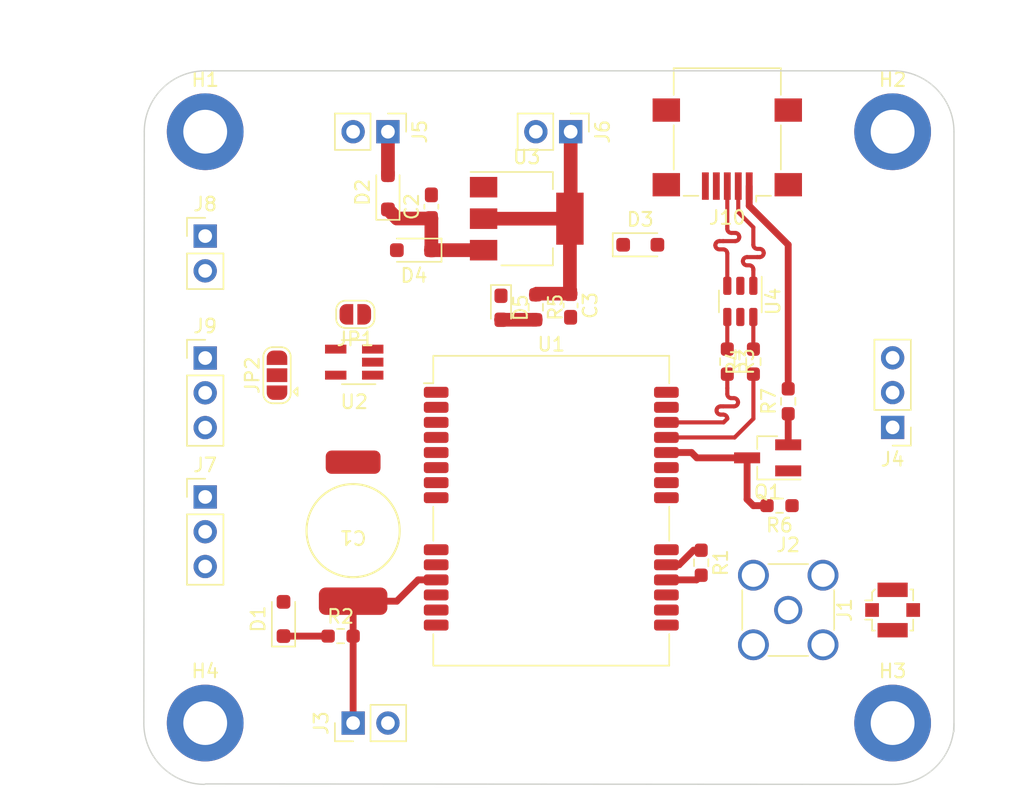
<source format=kicad_pcb>
(kicad_pcb (version 20221018) (generator pcbnew)
  (layers (0 "F.Cu" signal) (31 "B.Cu" signal) (34 "B.Paste" user) (35 "F.Paste" user) (36 "B.SilkS" user "B.Silkscreen") (37 "F.SilkS" user "F.Silkscreen") (38 "B.Mask" user) (39 "F.Mask" user) (44 "Edge.Cuts" user))
  (net 0 "")
  (net 1 "GND")
  (net 2 "+3.3V")
  (net 3 "+5V")
  (net 4 "Net-(D5-A)")
  (net 5 "Net-(J8-Pin_1)")
  (net 6 "Net-(J3-Pin_1)")
  (net 7 "Net-(D1-K)")
  (net 8 "Net-(J9-Pin_1)")
  (net 9 "Net-(J4-Pin_1)")
  (net 10 "Net-(J4-Pin_2)")
  (net 11 "Net-(J9-Pin_2)")
  (net 12 "Net-(J10-D-)")
  (net 13 "Net-(J10-D+)")
  (net 14 "Net-(J7-Pin_1)")
  (net 15 "Net-(J7-Pin_2)")
  (net 16 "VBUS")
  (net 18 "Net-(JP1-A)")
  (net 19 "Net-(JP2-C)")
  (net 20 "Net-(Q1-B)")
  (net 21 "VDDUSB")
  (net 22 "Net-(U1-V_ANT)")
  (net 23 "Net-(U1-VCC_RF)")
  (net 24 "USB_DP")
  (net 25 "USB_DM")
  (net 26 "Net-(R3-Pad1)")
  (net 31 "Net-(J1-In)")
  (net 37 "5V_IN")
  (net 38 "Net-(R4-Pad2)")
  (footprint "Connector_PinHeader_2.54mm:PinHeader_1x03_P2.54mm_Vertical" (layer "F.Cu") (at 86.995 115.57)
    (fp_text reference "J7" (at 0 -2.33) (layer "F.SilkS"))
    (fp_text value "Conn_01x03")
    (fp_line (start -1.33 -1.33) (end 0 -1.33) (stroke (width 0.12)) (layer "F.SilkS"))
    (fp_line (start -1.33 0) (end -1.33 -1.33) (stroke (width 0.12)) (layer "F.SilkS"))
    (fp_line (start -1.33 1.27) (end -1.33 6.41) (stroke (width 0.12)) (layer "F.SilkS"))
    (fp_line (start -1.33 1.27) (end 1.33 1.27) (stroke (width 0.12)) (layer "F.SilkS"))
    (fp_line (start -1.33 6.41) (end 1.33 6.41) (stroke (width 0.12)) (layer "F.SilkS"))
    (fp_line (start 1.33 1.27) (end 1.33 6.41) (stroke (width 0.12)) (layer "F.SilkS"))
    (pad "1" thru_hole rect (at 0 0) (size 1.7 1.7) (drill 1) (layers "*.Cu" "*.Mask") (net 14 "Net-(J7-Pin_1)"))
    (pad "2" thru_hole oval (at 0 2.54) (size 1.7 1.7) (drill 1) (layers "*.Cu" "*.Mask") (net 15 "Net-(J7-Pin_2)"))
    (pad "3" thru_hole oval (at 0 5.08) (size 1.7 1.7) (drill 1) (layers "*.Cu" "*.Mask") (net 1 "GND"))
  )
  (footprint "Connector_PinHeader_2.54mm:PinHeader_1x03_P2.54mm_Vertical" (layer "F.Cu") (at 86.995 105.425)
    (fp_text reference "J9" (at 0 -2.33) (layer "F.SilkS"))
    (fp_text value "Conn_01x03")
    (fp_line (start -1.33 -1.33) (end 0 -1.33) (stroke (width 0.12)) (layer "F.SilkS"))
    (fp_line (start -1.33 0) (end -1.33 -1.33) (stroke (width 0.12)) (layer "F.SilkS"))
    (fp_line (start -1.33 1.27) (end -1.33 6.41) (stroke (width 0.12)) (layer "F.SilkS"))
    (fp_line (start -1.33 1.27) (end 1.33 1.27) (stroke (width 0.12)) (layer "F.SilkS"))
    (fp_line (start -1.33 6.41) (end 1.33 6.41) (stroke (width 0.12)) (layer "F.SilkS"))
    (fp_line (start 1.33 1.27) (end 1.33 6.41) (stroke (width 0.12)) (layer "F.SilkS"))
    (pad "1" thru_hole rect (at 0 0) (size 1.7 1.7) (drill 1) (layers "*.Cu" "*.Mask") (net 8 "Net-(J9-Pin_1)"))
    (pad "2" thru_hole oval (at 0 2.54) (size 1.7 1.7) (drill 1) (layers "*.Cu" "*.Mask") (net 11 "Net-(J9-Pin_2)"))
    (pad "3" thru_hole oval (at 0 5.08) (size 1.7 1.7) (drill 1) (layers "*.Cu" "*.Mask") (net 1 "GND"))
  )
  (footprint "Package_TO_SOT_SMD:SOT-23_Handsoldering" (layer "F.Cu") (at 128.04 112.715 180)
    (fp_text reference "Q1" (at 0 -2.5) (layer "F.SilkS"))
    (fp_text value "NPN")
    (fp_line (start 0.76 -1.58) (end -2.4 -1.58) (stroke (width 0.12)) (layer "F.SilkS"))
    (fp_line (start 0.76 -1.58) (end 0.76 -0.65) (stroke (width 0.12)) (layer "F.SilkS"))
    (fp_line (start 0.76 1.58) (end -0.7 1.58) (stroke (width 0.12)) (layer "F.SilkS"))
    (fp_line (start 0.76 1.58) (end 0.76 0.65) (stroke (width 0.12)) (layer "F.SilkS"))
    (pad "1" smd rect (at -1.5 -0.95 180) (size 1.9 0.8) (layers "F.Cu" "F.Paste" "F.Mask") (net 2 "+3.3V"))
    (pad "2" smd rect (at -1.5 0.95 180) (size 1.9 0.8) (layers "F.Cu" "F.Paste" "F.Mask") (net 20 "Net-(Q1-B)"))
    (pad "3" smd rect (at 1.5 0 180) (size 1.9 0.8) (layers "F.Cu" "F.Paste" "F.Mask") (net 21 "VDDUSB"))
  )
  (footprint "Jumper:SolderJumper-2_P1.3mm_Open_RoundedPad1.0x1.5mm" (layer "F.Cu") (at 97.95 102.235 180)
    (fp_text reference "JP1" (at 0 -1.8) (layer "F.SilkS"))
    (fp_text value "SolderJumper_2_Open")
    (fp_line (start -1.4 0.3) (end -1.4 -0.3) (stroke (width 0.12)) (layer "F.SilkS"))
    (fp_line (start -0.7 -1) (end 0.7 -1) (stroke (width 0.12)) (layer "F.SilkS"))
    (fp_line (start 0.7 1) (end -0.7 1) (stroke (width 0.12)) (layer "F.SilkS"))
    (fp_line (start 1.4 -0.3) (end 1.4 0.3) (stroke (width 0.12)) (layer "F.SilkS"))
    (fp_arc (start -1.4 -0.3) (mid -1.194975 -0.794975) (end -0.7 -1) (stroke (width 0.12)) (layer "F.SilkS"))
    (fp_arc (start -0.7 1) (mid -1.194975 0.794975) (end -1.4 0.3) (stroke (width 0.12)) (layer "F.SilkS"))
    (fp_arc (start 0.7 -1) (mid 1.194975 -0.794975) (end 1.4 -0.3) (stroke (width 0.12)) (layer "F.SilkS"))
    (fp_arc (start 1.4 0.3) (mid 1.194975 0.794975) (end 0.7 1) (stroke (width 0.12)) (layer "F.SilkS"))
    (pad "1" smd custom (at -0.65 0 180) (size 1 0.5) (layers "F.Cu" "F.Mask") (net 18 "Net-(JP1-A)") (options (clearance outline) (anchor rect)) (primitives (gr_circle (center 0 0.25) (end 0.5 0.25) (width 0) (fill yes)) (gr_circle (center 0 -0.25) (end 0.5 -0.25) (width 0) (fill yes)) (gr_poly (pts (xy 0.5 0.75) (xy 0 0.75) (xy 0 -0.75) (xy 0.5 -0.75)) (width 0) (fill yes))))
    (pad "2" smd custom (at 0.65 0 180) (size 1 0.5) (layers "F.Cu" "F.Mask") (net 5 "Net-(J8-Pin_1)") (options (clearance outline) (anchor rect)) (primitives (gr_circle (center 0 0.25) (end 0.5 0.25) (width 0) (fill yes)) (gr_circle (center 0 -0.25) (end 0.5 -0.25) (width 0) (fill yes)) (gr_poly (pts (xy 0 0.75) (xy -0.5 0.75) (xy -0.5 -0.75) (xy 0 -0.75)) (width 0) (fill yes))))
  )
  (footprint "Package_TO_SOT_SMD:SOT-23-5_HandSoldering" (layer "F.Cu") (at 97.87 105.725 180)
    (fp_text reference "U2" (at 0 -2.9) (layer "F.SilkS"))
    (fp_text value "74LVC1G17")
    (fp_line (start -0.9 1.61) (end 0.9 1.61) (stroke (width 0.12)) (layer "F.SilkS"))
    (fp_line (start 0.9 -1.61) (end -1.55 -1.61) (stroke (width 0.12)) (layer "F.SilkS"))
    (pad "1" smd rect (at -1.35 -0.95 180) (size 1.56 0.65) (layers "F.Cu" "F.Paste" "F.Mask"))
    (pad "2" smd rect (at -1.35 0 180) (size 1.56 0.65) (layers "F.Cu" "F.Paste" "F.Mask") (net 18 "Net-(JP1-A)"))
    (pad "3" smd rect (at -1.35 0.95 180) (size 1.56 0.65) (layers "F.Cu" "F.Paste" "F.Mask") (net 1 "GND"))
    (pad "4" smd rect (at 1.35 0.95 180) (size 1.56 0.65) (layers "F.Cu" "F.Paste" "F.Mask") (net 5 "Net-(J8-Pin_1)"))
    (pad "5" smd rect (at 1.35 -0.95 180) (size 1.56 0.65) (layers "F.Cu" "F.Paste" "F.Mask") (net 19 "Net-(JP2-C)"))
  )
  (footprint "RF_GPS:ublox_LEA" (layer "F.Cu") (at 112.25 116.425)
    (fp_text reference "U1" (at 0 -12) (layer "F.SilkS"))
    (fp_text value "~")
    (fp_line (start -9.3 -9.16) (end -8.61 -9.16) (stroke (width 0.12)) (layer "F.SilkS"))
    (fp_line (start -8.61 -11.16) (end -8.61 -9.16) (stroke (width 0.12)) (layer "F.SilkS"))
    (fp_line (start -8.61 -11.16) (end 8.61 -11.16) (stroke (width 0.12)) (layer "F.SilkS"))
    (fp_line (start -8.61 -0.14) (end -8.61 2.34) (stroke (width 0.12)) (layer "F.SilkS"))
    (fp_line (start -8.61 9.16) (end -8.61 11.46) (stroke (width 0.12)) (layer "F.SilkS"))
    (fp_line (start -8.61 11.46) (end 8.61 11.46) (stroke (width 0.12)) (layer "F.SilkS"))
    (fp_line (start 8.61 -11.16) (end 8.61 -9.16) (stroke (width 0.12)) (layer "F.SilkS"))
    (fp_line (start 8.61 -0.14) (end 8.61 2.34) (stroke (width 0.12)) (layer "F.SilkS"))
    (fp_line (start 8.61 9.16) (end 8.61 11.46) (stroke (width 0.12)) (layer "F.SilkS"))
    (pad "1" smd roundrect (at -8.4 -8.5) (size 1.8 0.8) (layers "F.Cu" "F.Paste" "F.Mask") (net 8 "Net-(J9-Pin_1)"))
    (pad "2" smd roundrect (at -8.4 -7.4) (size 1.8 0.8) (layers "F.Cu" "F.Paste" "F.Mask") (net 11 "Net-(J9-Pin_2)"))
    (pad "3" smd roundrect (at -8.4 -6.3) (size 1.8 0.8) (layers "F.Cu" "F.Paste" "F.Mask") (net 14 "Net-(J7-Pin_1)"))
    (pad "4" smd roundrect (at -8.4 -5.2) (size 1.8 0.8) (layers "F.Cu" "F.Paste" "F.Mask") (net 15 "Net-(J7-Pin_2)"))
    (pad "5" smd roundrect (at -8.4 -4.1) (size 1.8 0.8) (layers "F.Cu" "F.Paste" "F.Mask"))
    (pad "6" smd roundrect (at -8.4 -3) (size 1.8 0.8) (layers "F.Cu" "F.Paste" "F.Mask") (net 2 "+3.3V"))
    (pad "7" smd roundrect (at -8.4 -1.9) (size 1.8 0.8) (layers "F.Cu" "F.Paste" "F.Mask") (net 1 "GND"))
    (pad "8" smd roundrect (at -8.4 -0.8) (size 1.8 0.8) (layers "F.Cu" "F.Paste" "F.Mask"))
    (pad "9" smd roundrect (at -8.4 3) (size 1.8 0.8) (layers "F.Cu" "F.Paste" "F.Mask"))
    (pad "10" smd roundrect (at -8.4 4.1) (size 1.8 0.8) (layers "F.Cu" "F.Paste" "F.Mask") (net 9 "Net-(J4-Pin_1)"))
    (pad "11" smd roundrect (at -8.4 5.2) (size 1.8 0.8) (layers "F.Cu" "F.Paste" "F.Mask") (net 6 "Net-(J3-Pin_1)"))
    (pad "12" smd roundrect (at -8.4 6.3) (size 1.8 0.8) (layers "F.Cu" "F.Paste" "F.Mask"))
    (pad "13" smd roundrect (at -8.4 7.4) (size 1.8 0.8) (layers "F.Cu" "F.Paste" "F.Mask") (net 1 "GND"))
    (pad "14" smd roundrect (at -8.4 8.5) (size 1.8 0.8) (layers "F.Cu" "F.Paste" "F.Mask") (net 1 "GND"))
    (pad "15" smd roundrect (at 8.4 8.5) (size 1.8 0.8) (layers "F.Cu" "F.Paste" "F.Mask") (net 1 "GND"))
    (pad "16" smd roundrect (at 8.4 7.4) (size 1.8 0.8) (layers "F.Cu" "F.Paste" "F.Mask") (net 31 "Net-(J1-In)"))
    (pad "17" smd roundrect (at 8.4 6.3) (size 1.8 0.8) (layers "F.Cu" "F.Paste" "F.Mask") (net 1 "GND"))
    (pad "18" smd roundrect (at 8.4 5.2) (size 1.8 0.8) (layers "F.Cu" "F.Paste" "F.Mask") (net 23 "Net-(U1-VCC_RF)"))
    (pad "19" smd roundrect (at 8.4 4.1) (size 1.8 0.8) (layers "F.Cu" "F.Paste" "F.Mask") (net 22 "Net-(U1-V_ANT)"))
    (pad "20" smd roundrect (at 8.4 3) (size 1.8 0.8) (layers "F.Cu" "F.Paste" "F.Mask"))
    (pad "21" smd roundrect (at 8.4 -0.8) (size 1.8 0.8) (layers "F.Cu" "F.Paste" "F.Mask"))
    (pad "22" smd roundrect (at 8.4 -1.9) (size 1.8 0.8) (layers "F.Cu" "F.Paste" "F.Mask"))
    (pad "23" smd roundrect (at 8.4 -3) (size 1.8 0.8) (layers "F.Cu" "F.Paste" "F.Mask"))
    (pad "24" smd roundrect (at 8.4 -4.1) (size 1.8 0.8) (layers "F.Cu" "F.Paste" "F.Mask") (net 21 "VDDUSB"))
    (pad "25" smd roundrect (at 8.4 -5.2) (size 1.8 0.8) (layers "F.Cu" "F.Paste" "F.Mask") (net 25 "USB_DM"))
    (pad "26" smd roundrect (at 8.4 -6.3) (size 1.8 0.8) (layers "F.Cu" "F.Paste" "F.Mask") (net 24 "USB_DP"))
    (pad "27" smd roundrect (at 8.4 -7.4) (size 1.8 0.8) (layers "F.Cu" "F.Paste" "F.Mask") (net 10 "Net-(J4-Pin_2)"))
    (pad "28" smd roundrect (at 8.4 -8.5) (size 1.8 0.8) (layers "F.Cu" "F.Paste" "F.Mask") (net 18 "Net-(JP1-A)"))
  )
  (footprint "Connector_PinHeader_2.54mm:PinHeader_1x03_P2.54mm_Vertical" (layer "F.Cu") (at 137.16 110.49 180)
    (fp_text reference "J4" (at 0 -2.33) (layer "F.SilkS"))
    (fp_text value "Conn_01x03")
    (fp_line (start -1.33 -1.33) (end 0 -1.33) (stroke (width 0.12)) (layer "F.SilkS"))
    (fp_line (start -1.33 0) (end -1.33 -1.33) (stroke (width 0.12)) (layer "F.SilkS"))
    (fp_line (start -1.33 1.27) (end -1.33 6.41) (stroke (width 0.12)) (layer "F.SilkS"))
    (fp_line (start -1.33 1.27) (end 1.33 1.27) (stroke (width 0.12)) (layer "F.SilkS"))
    (fp_line (start -1.33 6.41) (end 1.33 6.41) (stroke (width 0.12)) (layer "F.SilkS"))
    (fp_line (start 1.33 1.27) (end 1.33 6.41) (stroke (width 0.12)) (layer "F.SilkS"))
    (pad "1" thru_hole rect (at 0 0 180) (size 1.7 1.7) (drill 1) (layers "*.Cu" "*.Mask") (net 9 "Net-(J4-Pin_1)"))
    (pad "2" thru_hole oval (at 0 2.54 180) (size 1.7 1.7) (drill 1) (layers "*.Cu" "*.Mask") (net 10 "Net-(J4-Pin_2)"))
    (pad "3" thru_hole oval (at 0 5.08 180) (size 1.7 1.7) (drill 1) (layers "*.Cu" "*.Mask") (net 1 "GND"))
  )
  (footprint "Resistor_SMD:R_0603_1608Metric_Pad0.98x0.95mm_HandSolder" (layer "F.Cu") (at 128.905 116.205 180)
    (fp_text reference "R6" (at 0 -1.43) (layer "F.SilkS"))
    (fp_text value "10k")
    (fp_line (start -0.254724 -0.5225) (end 0.254724 -0.5225) (stroke (width 0.12)) (layer "F.SilkS"))
    (fp_line (start -0.254724 0.5225) (end 0.254724 0.5225) (stroke (width 0.12)) (layer "F.SilkS"))
    (pad "1" smd roundrect (at -0.9125 0 180) (size 0.975 0.95) (layers "F.Cu" "F.Paste" "F.Mask") (net 1 "GND"))
    (pad "2" smd roundrect (at 0.9125 0 180) (size 0.975 0.95) (layers "F.Cu" "F.Paste" "F.Mask") (net 21 "VDDUSB"))
  )
  (footprint "Resistor_SMD:R_0603_1608Metric_Pad0.98x0.95mm_HandSolder" (layer "F.Cu") (at 127 105.6875 90)
    (fp_text reference "R4" (at 0 -1.43 90) (layer "F.SilkS"))
    (fp_text value "22")
    (fp_line (start -0.254724 -0.5225) (end 0.254724 -0.5225) (stroke (width 0.12)) (layer "F.SilkS"))
    (fp_line (start -0.254724 0.5225) (end 0.254724 0.5225) (stroke (width 0.12)) (layer "F.SilkS"))
    (pad "1" smd roundrect (at -0.9125 0 90) (size 0.975 0.95) (layers "F.Cu" "F.Paste" "F.Mask") (net 25 "USB_DM"))
    (pad "2" smd roundrect (at 0.9125 0 90) (size 0.975 0.95) (layers "F.Cu" "F.Paste" "F.Mask") (net 38 "Net-(R4-Pad2)"))
  )
  (footprint "Connector_PinHeader_2.54mm:PinHeader_1x02_P2.54mm_Vertical" (layer "F.Cu") (at 113.665 88.9 -90)
    (fp_text reference "J6" (at 0 -2.33 90) (layer "F.SilkS"))
    (fp_text value "Conn_01x02")
    (fp_line (start -1.33 -1.33) (end 0 -1.33) (stroke (width 0.12)) (layer "F.SilkS"))
    (fp_line (start -1.33 0) (end -1.33 -1.33) (stroke (width 0.12)) (layer "F.SilkS"))
    (fp_line (start -1.33 1.27) (end -1.33 3.87) (stroke (width 0.12)) (layer "F.SilkS"))
    (fp_line (start -1.33 1.27) (end 1.33 1.27) (stroke (width 0.12)) (layer "F.SilkS"))
    (fp_line (start -1.33 3.87) (end 1.33 3.87) (stroke (width 0.12)) (layer "F.SilkS"))
    (fp_line (start 1.33 1.27) (end 1.33 3.87) (stroke (width 0.12)) (layer "F.SilkS"))
    (pad "1" thru_hole rect (at 0 0 270) (size 1.7 1.7) (drill 1) (layers "*.Cu" "*.Mask") (net 2 "+3.3V"))
    (pad "2" thru_hole oval (at 0 2.54 270) (size 1.7 1.7) (drill 1) (layers "*.Cu" "*.Mask") (net 1 "GND"))
  )
  (footprint "Diode_SMD:D_SOD-323_HandSoldering" (layer "F.Cu") (at 92.71 124.48 90)
    (fp_text reference "D1" (at 0 -1.85 90) (layer "F.SilkS"))
    (fp_text value "BAT42W")
    (fp_line (start -2.01 -0.85) (end -2.01 0.85) (stroke (width 0.12)) (layer "F.SilkS"))
    (fp_line (start -2.01 -0.85) (end 1.25 -0.85) (stroke (width 0.12)) (layer "F.SilkS"))
    (fp_line (start -2.01 0.85) (end 1.25 0.85) (stroke (width 0.12)) (layer "F.SilkS"))
    (pad "1" smd roundrect (at -1.25 0 90) (size 1 1) (layers "F.Cu" "F.Paste" "F.Mask") (net 7 "Net-(D1-K)"))
    (pad "2" smd roundrect (at 1.25 0 90) (size 1 1) (layers "F.Cu" "F.Paste" "F.Mask") (net 2 "+3.3V"))
  )
  (footprint "Resistor_SMD:R_0603_1608Metric_Pad0.98x0.95mm_HandSolder" (layer "F.Cu") (at 123.19 120.3725 -90)
    (fp_text reference "R1" (at 0 -1.43 90) (layer "F.SilkS"))
    (fp_text value "10")
    (fp_line (start -0.254724 -0.5225) (end 0.254724 -0.5225) (stroke (width 0.12)) (layer "F.SilkS"))
    (fp_line (start -0.254724 0.5225) (end 0.254724 0.5225) (stroke (width 0.12)) (layer "F.SilkS"))
    (pad "1" smd roundrect (at -0.9125 0 270) (size 0.975 0.95) (layers "F.Cu" "F.Paste" "F.Mask") (net 22 "Net-(U1-V_ANT)"))
    (pad "2" smd roundrect (at 0.9125 0 270) (size 0.975 0.95) (layers "F.Cu" "F.Paste" "F.Mask") (net 23 "Net-(U1-VCC_RF)"))
  )
  (footprint "Diode_SMD:D_SOD-323_HandSoldering" (layer "F.Cu") (at 118.745 97.155)
    (fp_text reference "D3" (at 0 -1.85) (layer "F.SilkS"))
    (fp_text value "BAT4W")
    (fp_line (start -2.01 -0.85) (end -2.01 0.85) (stroke (width 0.12)) (layer "F.SilkS"))
    (fp_line (start -2.01 -0.85) (end 1.25 -0.85) (stroke (width 0.12)) (layer "F.SilkS"))
    (fp_line (start -2.01 0.85) (end 1.25 0.85) (stroke (width 0.12)) (layer "F.SilkS"))
    (pad "1" smd roundrect (at -1.25 0) (size 1 1) (layers "F.Cu" "F.Paste" "F.Mask") (net 3 "+5V"))
    (pad "2" smd roundrect (at 1.25 0) (size 1 1) (layers "F.Cu" "F.Paste" "F.Mask") (net 16 "VBUS"))
  )
  (footprint "Connector_PinHeader_2.54mm:PinHeader_1x02_P2.54mm_Vertical" (layer "F.Cu") (at 86.995 96.52)
    (fp_text reference "J8" (at 0 -2.33) (layer "F.SilkS"))
    (fp_text value "Conn_01x02")
    (fp_line (start -1.33 -1.33) (end 0 -1.33) (stroke (width 0.12)) (layer "F.SilkS"))
    (fp_line (start -1.33 0) (end -1.33 -1.33) (stroke (width 0.12)) (layer "F.SilkS"))
    (fp_line (start -1.33 1.27) (end -1.33 3.87) (stroke (width 0.12)) (layer "F.SilkS"))
    (fp_line (start -1.33 1.27) (end 1.33 1.27) (stroke (width 0.12)) (layer "F.SilkS"))
    (fp_line (start -1.33 3.87) (end 1.33 3.87) (stroke (width 0.12)) (layer "F.SilkS"))
    (fp_line (start 1.33 1.27) (end 1.33 3.87) (stroke (width 0.12)) (layer "F.SilkS"))
    (pad "1" thru_hole rect (at 0 0) (size 1.7 1.7) (drill 1) (layers "*.Cu" "*.Mask") (net 5 "Net-(J8-Pin_1)"))
    (pad "2" thru_hole oval (at 0 2.54) (size 1.7 1.7) (drill 1) (layers "*.Cu" "*.Mask") (net 1 "GND"))
  )
  (footprint "MountingHole:MountingHole_3.2mm_M3_DIN965_Pad_TopBottom" (layer "F.Cu") (at 137.16 88.9)
    (fp_text reference "H2" (at 0 -3.8) (layer "F.SilkS"))
    (fp_text value "MountingHole_Pad")
    (pad "1" thru_hole circle (at 0 0) (size 3.6 3.6) (drill 3.2) (layers "*.Cu" "*.Mask"))
    (pad "1" connect circle (at 0 0) (size 5.6 5.6) (layers "F.Cu" "F.Mask"))
    (pad "1" connect circle (at 0 0) (size 5.6 5.6) (layers "B.Cu" "B.Mask"))
  )
  (footprint "DMS3R3224RF:DMS3R3224RF" (layer "F.Cu") (at 97.79 118.03 180)
    (fp_text reference "C1" (at 0 -0.5 180 unlocked) (layer "F.SilkS"))
    (fp_text value "0.22F")
    (fp_circle (center 0 0) (end 3.4 0) (stroke (width 0.15)) (fill none) (layer "F.SilkS"))
    (pad "1" smd roundrect (at 0 -5.15 180) (size 5 2) (layers "F.Cu" "F.Paste" "F.Mask") (net 6 "Net-(J3-Pin_1)"))
    (pad "2" smd roundrect (at 0 5 180) (size 4 1.7) (layers "F.Cu" "F.Paste" "F.Mask") (net 1 "GND"))
  )
  (footprint "Resistor_SMD:R_0603_1608Metric_Pad0.98x0.95mm_HandSolder" (layer "F.Cu") (at 129.54 108.585 90)
    (fp_text reference "R7" (at 0 -1.43 90) (layer "F.SilkS"))
    (fp_text value "4.7k")
    (fp_line (start -0.254724 -0.5225) (end 0.254724 -0.5225) (stroke (width 0.12)) (layer "F.SilkS"))
    (fp_line (start -0.254724 0.5225) (end 0.254724 0.5225) (stroke (width 0.12)) (layer "F.SilkS"))
    (pad "1" smd roundrect (at -0.9125 0 90) (size 0.975 0.95) (layers "F.Cu" "F.Paste" "F.Mask") (net 20 "Net-(Q1-B)"))
    (pad "2" smd roundrect (at 0.9125 0 90) (size 0.975 0.95) (layers "F.Cu" "F.Paste" "F.Mask") (net 16 "VBUS"))
  )
  (footprint "Connector_Coaxial:U.FL_Molex_MCRF_73412-0110_Vertical" (layer "F.Cu") (at 137.16 123.825 -90)
    (fp_text reference "J1" (at 0 3.5 90) (layer "F.SilkS"))
    (fp_text value "U.FL")
    (fp_line (start -1.5 -1.5) (end -0.7 -1.5) (stroke (width 0.12)) (layer "F.SilkS"))
    (fp_line (start -1.5 -1.3) (end -1.5 -1.5) (stroke (width 0.12)) (layer "F.SilkS"))
    (fp_line (start -1.3 1.5) (end -1.5 1.3) (stroke (width 0.12)) (layer "F.SilkS"))
    (fp_line (start -0.7 1.5) (end -1.3 1.5) (stroke (width 0.12)) (layer "F.SilkS"))
    (fp_line (start -0.7 1.5) (end -0.7 2) (stroke (width 0.12)) (layer "F.SilkS"))
    (fp_line (start 0.7 -1.5) (end 1.5 -1.5) (stroke (width 0.12)) (layer "F.SilkS"))
    (fp_line (start 0.7 1.5) (end 0.7 2) (stroke (width 0.12)) (layer "F.SilkS"))
    (fp_line (start 1.5 -1.5) (end 1.5 -1.3) (stroke (width 0.12)) (layer "F.SilkS"))
    (fp_line (start 1.5 1.3) (end 1.5 1.5) (stroke (width 0.12)) (layer "F.SilkS"))
    (fp_line (start 1.5 1.5) (end 0.7 1.5) (stroke (width 0.12)) (layer "F.SilkS"))
    (pad "1" smd rect (at 0 1.5 270) (size 1 1) (layers "F.Cu" "F.Paste" "F.Mask") (net 31 "Net-(J1-In)"))
    (pad "2" smd rect (at -1.475 0 270) (size 1.05 2.2) (layers "F.Cu" "F.Paste" "F.Mask") (net 1 "GND"))
    (pad "2" smd rect (at 0 -1.5 270) (size 1 1) (layers "F.Cu" "F.Paste" "F.Mask") (net 1 "GND"))
    (pad "2" smd rect (at 1.475 0 270) (size 1.05 2.2) (layers "F.Cu" "F.Paste" "F.Mask") (net 1 "GND"))
  )
  (footprint "MountingHole:MountingHole_3.2mm_M3_DIN965_Pad_TopBottom" (layer "F.Cu") (at 86.995 132.08)
    (fp_text reference "H4" (at 0 -3.8) (layer "F.SilkS"))
    (fp_text value "MountingHole_Pad")
    (pad "1" thru_hole circle (at 0 0) (size 3.6 3.6) (drill 3.2) (layers "*.Cu" "*.Mask"))
    (pad "1" connect circle (at 0 0) (size 5.6 5.6) (layers "F.Cu" "F.Mask"))
    (pad "1" connect circle (at 0 0) (size 5.6 5.6) (layers "B.Cu" "B.Mask"))
  )
  (footprint "Connector_PinHeader_2.54mm:PinHeader_1x02_P2.54mm_Vertical" (layer "F.Cu") (at 97.79 132.08 90)
    (fp_text reference "J3" (at 0 -2.33 90) (layer "F.SilkS"))
    (fp_text value "Conn_01x02")
    (fp_line (start -1.33 -1.33) (end 0 -1.33) (stroke (width 0.12)) (layer "F.SilkS"))
    (fp_line (start -1.33 0) (end -1.33 -1.33) (stroke (width 0.12)) (layer "F.SilkS"))
    (fp_line (start -1.33 1.27) (end -1.33 3.87) (stroke (width 0.12)) (layer "F.SilkS"))
    (fp_line (start -1.33 1.27) (end 1.33 1.27) (stroke (width 0.12)) (layer "F.SilkS"))
    (fp_line (start -1.33 3.87) (end 1.33 3.87) (stroke (width 0.12)) (layer "F.SilkS"))
    (fp_line (start 1.33 1.27) (end 1.33 3.87) (stroke (width 0.12)) (layer "F.SilkS"))
    (pad "1" thru_hole rect (at 0 0 90) (size 1.7 1.7) (drill 1) (layers "*.Cu" "*.Mask") (net 6 "Net-(J3-Pin_1)"))
    (pad "2" thru_hole oval (at 0 2.54 90) (size 1.7 1.7) (drill 1) (layers "*.Cu" "*.Mask") (net 1 "GND"))
  )
  (footprint "Connector_Coaxial:SMA_Amphenol_901-144_Vertical" (layer "F.Cu") (at 129.54 123.825)
    (fp_text reference "J2" (at 0 -4.75) (layer "F.SilkS"))
    (fp_text value "SMA")
    (fp_line (start -3.355 -1.45) (end -3.355 1.45) (stroke (width 0.12)) (layer "F.SilkS"))
    (fp_line (start -1.45 -3.355) (end 1.45 -3.355) (stroke (width 0.12)) (layer "F.SilkS"))
    (fp_line (start -1.45 3.355) (end 1.45 3.355) (stroke (width 0.12)) (layer "F.SilkS"))
    (fp_line (start 3.355 -1.45) (end 3.355 1.45) (stroke (width 0.12)) (layer "F.SilkS"))
    (pad "1" thru_hole circle (at 0 0) (size 2.05 2.05) (drill 1.5) (layers "*.Cu" "*.Mask") (net 31 "Net-(J1-In)"))
    (pad "2" thru_hole circle (at -2.54 -2.54) (size 2.25 2.25) (drill 1.7) (layers "*.Cu" "*.Mask") (net 1 "GND"))
    (pad "2" thru_hole circle (at -2.54 2.54) (size 2.25 2.25) (drill 1.7) (layers "*.Cu" "*.Mask") (net 1 "GND"))
    (pad "2" thru_hole circle (at 2.54 -2.54) (size 2.25 2.25) (drill 1.7) (layers "*.Cu" "*.Mask") (net 1 "GND"))
    (pad "2" thru_hole circle (at 2.54 2.54) (size 2.25 2.25) (drill 1.7) (layers "*.Cu" "*.Mask") (net 1 "GND"))
  )
  (footprint "MountingHole:MountingHole_3.2mm_M3_DIN965_Pad_TopBottom" (layer "F.Cu") (at 86.995 88.9)
    (fp_text reference "H1" (at 0 -3.8) (layer "F.SilkS"))
    (fp_text value "MountingHole_Pad")
    (pad "1" thru_hole circle (at 0 0) (size 3.6 3.6) (drill 3.2) (layers "*.Cu" "*.Mask"))
    (pad "1" connect circle (at 0 0) (size 5.6 5.6) (layers "F.Cu" "F.Mask"))
    (pad "1" connect circle (at 0 0) (size 5.6 5.6) (layers "B.Cu" "B.Mask"))
  )
  (footprint "Package_TO_SOT_SMD:SOT-23-6" (layer "F.Cu") (at 126.045 101.29 -90)
    (fp_text reference "U4" (at 0 -2.4 90) (layer "F.SilkS"))
    (fp_text value "USBLC6-2SC6")
    (fp_line (start 0 -1.56) (end -1.8 -1.56) (stroke (width 0.12)) (layer "F.SilkS"))
    (fp_line (start 0 -1.56) (end 0.8 -1.56) (stroke (width 0.12)) (layer "F.SilkS"))
    (fp_line (start 0 1.56) (end -0.8 1.56) (stroke (width 0.12)) (layer "F.SilkS"))
    (fp_line (start 0 1.56) (end 0.8 1.56) (stroke (width 0.12)) (layer "F.SilkS"))
    (pad "1" smd roundrect (at -1.1375 -0.95 270) (size 1.325 0.6) (layers "F.Cu" "F.Paste" "F.Mask") (net 12 "Net-(J10-D-)"))
    (pad "2" smd roundrect (at -1.1375 0 270) (size 1.325 0.6) (layers "F.Cu" "F.Paste" "F.Mask") (net 1 "GND"))
    (pad "3" smd roundrect (at -1.1375 0.95 270) (size 1.325 0.6) (layers "F.Cu" "F.Paste" "F.Mask") (net 13 "Net-(J10-D+)"))
    (pad "4" smd roundrect (at 1.1375 0.95 270) (size 1.325 0.6) (layers "F.Cu" "F.Paste" "F.Mask") (net 26 "Net-(R3-Pad1)"))
    (pad "5" smd roundrect (at 1.1375 0 270) (size 1.325 0.6) (layers "F.Cu" "F.Paste" "F.Mask") (net 2 "+3.3V"))
    (pad "6" smd roundrect (at 1.1375 -0.95 270) (size 1.325 0.6) (layers "F.Cu" "F.Paste" "F.Mask") (net 38 "Net-(R4-Pad2)"))
  )
  (footprint "Resistor_SMD:R_0603_1608Metric_Pad0.98x0.95mm_HandSolder" (layer "F.Cu") (at 111.12 101.7175 -90)
    (fp_text reference "R5" (at 0 -1.43 90) (layer "F.SilkS"))
    (fp_text value "1k")
    (fp_line (start -0.254724 -0.5225) (end 0.254724 -0.5225) (stroke (width 0.12)) (layer "F.SilkS"))
    (fp_line (start -0.254724 0.5225) (end 0.254724 0.5225) (stroke (width 0.12)) (layer "F.SilkS"))
    (pad "1" smd roundrect (at -0.9125 0 270) (size 0.975 0.95) (layers "F.Cu" "F.Paste" "F.Mask") (net 2 "+3.3V"))
    (pad "2" smd roundrect (at 0.9125 0 270) (size 0.975 0.95) (layers "F.Cu" "F.Paste" "F.Mask") (net 4 "Net-(D5-A)"))
  )
  (footprint "Package_TO_SOT_SMD:SOT-223-3_TabPin2" (layer "F.Cu") (at 110.46 95.25)
    (fp_text reference "U3" (at 0 -4.5) (layer "F.SilkS"))
    (fp_text value "LM1117MP-3.3")
    (fp_line (start -4.1 -3.41) (end 1.91 -3.41) (stroke (width 0.12)) (layer "F.SilkS"))
    (fp_line (start -1.85 3.41) (end 1.91 3.41) (stroke (width 0.12)) (layer "F.SilkS"))
    (fp_line (start 1.91 -3.41) (end 1.91 -2.15) (stroke (width 0.12)) (layer "F.SilkS"))
    (fp_line (start 1.91 3.41) (end 1.91 2.15) (stroke (width 0.12)) (layer "F.SilkS"))
    (pad "1" smd rect (at -3.15 -2.3) (size 2 1.5) (layers "F.Cu" "F.Paste" "F.Mask") (net 1 "GND"))
    (pad "2" smd rect (at -3.15 0) (size 2 1.5) (layers "F.Cu" "F.Paste" "F.Mask") (net 2 "+3.3V"))
    (pad "2" smd rect (at 3.15 0) (size 2 3.8) (layers "F.Cu" "F.Paste" "F.Mask") (net 2 "+3.3V"))
    (pad "3" smd rect (at -3.15 2.3) (size 2 1.5) (layers "F.Cu" "F.Paste" "F.Mask") (net 3 "+5V"))
  )
  (footprint "Connector_USB:USB_Mini-B_Lumberg_2486_01_Horizontal" (layer "F.Cu") (at 125.095 90.17 180)
    (fp_text reference "J10" (at 0 -5) (layer "F.SilkS"))
    (fp_text value "USB_B_Mini")
    (fp_line (start -3.91 1.74) (end -3.91 -1.49) (stroke (width 0.12)) (layer "F.SilkS"))
    (fp_line (start -3.91 5.91) (end -3.91 3.96) (stroke (width 0.12)) (layer "F.SilkS"))
    (fp_line (start -3.19 -3.41) (end -2.11 -3.41) (stroke (width 0.12)) (layer "F.SilkS"))
    (fp_line (start -2.11 -3.41) (end -2.11 -3.84) (stroke (width 0.12)) (layer "F.SilkS"))
    (fp_line (start 2.11 -3.41) (end 3.19 -3.41) (stroke (width 0.12)) (layer "F.SilkS"))
    (fp_line (start 3.91 1.74) (end 3.91 -1.49) (stroke (width 0.12)) (layer "F.SilkS"))
    (fp_line (start 3.91 5.91) (end -3.91 5.91) (stroke (width 0.12)) (layer "F.SilkS"))
    (fp_line (start 3.91 5.91) (end 3.91 3.96) (stroke (width 0.12)) (layer "F.SilkS"))
    (pad "" np_thru_hole circle (at -2.2 0 180) (size 1 1) (drill 1) (layers "*.Cu" "*.Mask"))
    (pad "" np_thru_hole circle (at 2.2 0 180) (size 1 1) (drill 1) (layers "*.Cu" "*.Mask"))
    (pad "1" smd rect (at -1.6 -2.7 180) (size 0.5 2) (layers "F.Cu" "F.Paste" "F.Mask") (net 16 "VBUS"))
    (pad "2" smd rect (at -0.8 -2.7 180) (size 0.5 2) (layers "F.Cu" "F.Paste" "F.Mask") (net 12 "Net-(J10-D-)"))
    (pad "3" smd rect (at 0 -2.7 180) (size 0.5 2) (layers "F.Cu" "F.Paste" "F.Mask") (net 13 "Net-(J10-D+)"))
    (pad "4" smd rect (at 0.8 -2.7 180) (size 0.5 2) (layers "F.Cu" "F.Paste" "F.Mask"))
    (pad "5" smd rect (at 1.6 -2.7 180) (size 0.5 2) (layers "F.Cu" "F.Paste" "F.Mask") (net 1 "GND"))
    (pad "6" smd rect (at -4.45 -2.6 180) (size 2 1.7) (layers "F.Cu" "F.Paste" "F.Mask") (net 1 "GND"))
    (pad "6" smd rect (at -4.45 2.85 180) (size 2 1.7) (layers "F.Cu" "F.Paste" "F.Mask") (net 1 "GND"))
    (pad "6" smd rect (at 4.45 -2.6 180) (size 2 1.7) (layers "F.Cu" "F.Paste" "F.Mask") (net 1 "GND"))
    (pad "6" smd rect (at 4.45 2.85 180) (size 2 1.7) (layers "F.Cu" "F.Paste" "F.Mask") (net 1 "GND"))
  )
  (footprint "MountingHole:MountingHole_3.2mm_M3_DIN965_Pad_TopBottom" (layer "F.Cu") (at 137.16 132.08)
    (fp_text reference "H3" (at 0 -3.8) (layer "F.SilkS"))
    (fp_text value "MountingHole_Pad")
    (pad "1" thru_hole circle (at 0 0) (size 3.6 3.6) (drill 3.2) (layers "*.Cu" "*.Mask"))
    (pad "1" connect circle (at 0 0) (size 5.6 5.6) (layers "F.Cu" "F.Mask"))
    (pad "1" connect circle (at 0 0) (size 5.6 5.6) (layers "B.Cu" "B.Mask"))
  )
  (footprint "Capacitor_SMD:C_0603_1608Metric_Pad1.08x0.95mm_HandSolder" (layer "F.Cu") (at 113.66 101.5875 -90)
    (fp_text reference "C3" (at 0 -1.43 90) (layer "F.SilkS"))
    (fp_text value "100nF")
    (fp_line (start -0.146267 -0.51) (end 0.146267 -0.51) (stroke (width 0.12)) (layer "F.SilkS"))
    (fp_line (start -0.146267 0.51) (end 0.146267 0.51) (stroke (width 0.12)) (layer "F.SilkS"))
    (pad "1" smd roundrect (at -0.8625 0 270) (size 1.075 0.95) (layers "F.Cu" "F.Paste" "F.Mask") (net 2 "+3.3V"))
    (pad "2" smd roundrect (at 0.8625 0 270) (size 1.075 0.95) (layers "F.Cu" "F.Paste" "F.Mask") (net 1 "GND"))
  )
  (footprint "Diode_SMD:D_SOD-323_HandSoldering" (layer "F.Cu") (at 100.33 93.325 90)
    (fp_text reference "D2" (at 0 -1.85 90) (layer "F.SilkS"))
    (fp_text value "BAT42W")
    (fp_line (start -2.01 -0.85) (end -2.01 0.85) (stroke (width 0.12)) (layer "F.SilkS"))
    (fp_line (start -2.01 -0.85) (end 1.25 -0.85) (stroke (width 0.12)) (layer "F.SilkS"))
    (fp_line (start -2.01 0.85) (end 1.25 0.85) (stroke (width 0.12)) (layer "F.SilkS"))
    (pad "1" smd roundrect (at -1.25 0 90) (size 1 1) (layers "F.Cu" "F.Paste" "F.Mask") (net 3 "+5V"))
    (pad "2" smd roundrect (at 1.25 0 90) (size 1 1) (layers "F.Cu" "F.Paste" "F.Mask") (net 37 "5V_IN"))
  )
  (footprint "LED_SMD:LED_0603_1608Metric_Pad1.05x0.95mm_HandSolder" (layer "F.Cu") (at 108.58 101.755 -90)
    (fp_text reference "D5" (at 0 -1.43 90) (layer "F.SilkS"))
    (fp_text value "LED")
    (fp_line (start -1.66 -0.735) (end -1.66 0.735) (stroke (width 0.12)) (layer "F.SilkS"))
    (fp_line (start -1.66 0.735) (end 0.8 0.735) (stroke (width 0.12)) (layer "F.SilkS"))
    (fp_line (start 0.8 -0.735) (end -1.66 -0.735) (stroke (width 0.12)) (layer "F.SilkS"))
    (pad "1" smd roundrect (at -0.875 0 270) (size 1.05 0.95) (layers "F.Cu" "F.Paste" "F.Mask") (net 1 "GND"))
    (pad "2" smd roundrect (at 0.875 0 270) (size 1.05 0.95) (layers "F.Cu" "F.Paste" "F.Mask") (net 4 "Net-(D5-A)"))
  )
  (footprint "Jumper:SolderJumper-3_P1.3mm_Open_RoundedPad1.0x1.5mm" (layer "F.Cu") (at 92.235 106.68 90)
    (fp_text reference "JP2" (at 0 -1.8 90) (layer "F.SilkS"))
    (fp_text value "SolderJumper_3_Open")
    (fp_line (start -2.05 0.3) (end -2.05 -0.3) (stroke (width 0.12)) (layer "F.SilkS"))
    (fp_line (start -1.5 1.5) (end -0.9 1.5) (stroke (width 0.12)) (layer "F.SilkS"))
    (fp_line (start -1.4 -1) (end 1.4 -1) (stroke (width 0.12)) (layer "F.SilkS"))
    (fp_line (start -1.2 1.2) (end -1.5 1.5) (stroke (width 0.12)) (layer "F.SilkS"))
    (fp_line (start -1.2 1.2) (end -0.9 1.5) (stroke (width 0.12)) (layer "F.SilkS"))
    (fp_line (start 1.4 1) (end -1.4 1) (stroke (width 0.12)) (layer "F.SilkS"))
    (fp_line (start 2.05 -0.3) (end 2.05 0.3) (stroke (width 0.12)) (layer "F.SilkS"))
    (fp_arc (start -2.05 -0.3) (mid -1.844975 -0.794975) (end -1.35 -1) (stroke (width 0.12)) (layer "F.SilkS"))
    (fp_arc (start -1.35 1) (mid -1.844975 0.794975) (end -2.05 0.3) (stroke (width 0.12)) (layer "F.SilkS"))
    (fp_arc (start 1.35 -1) (mid 1.844975 -0.794975) (end 2.05 -0.3) (stroke (width 0.12)) (layer "F.SilkS"))
    (fp_arc (start 2.05 0.3) (mid 1.844975 0.794975) (end 1.35 1) (stroke (width 0.12)) (layer "F.SilkS"))
    (pad "1" smd custom (at -1.3 0 90) (size 1 0.5) (layers "F.Cu" "F.Mask") (net 3 "+5V") (options (clearance outline) (anchor rect)) (primitives (gr_circle (center 0 0.25) (end 0.5 0.25) (width 0) (fill yes)) (gr_circle (center 0 -0.25) (end 0.5 -0.25) (width 0) (fill yes)) (gr_poly (pts (xy 0.55 0.75) (xy 0 0.75) (xy 0 -0.75) (xy 0.55 -0.75)) (width 0) (fill yes))))
    (pad "2" smd rect (at 0 0 90) (size 1 1.5) (layers "F.Cu" "F.Mask") (net 19 "Net-(JP2-C)"))
    (pad "3" smd custom (at 1.3 0 90) (size 1 0.5) (layers "F.Cu" "F.Mask") (net 2 "+3.3V") (options (clearance outline) (anchor rect)) (primitives (gr_circle (center 0 0.25) (end 0.5 0.25) (width 0) (fill yes)) (gr_circle (center 0 -0.25) (end 0.5 -0.25) (width 0) (fill yes)) (gr_poly (pts (xy 0 0.75) (xy -0.55 0.75) (xy -0.55 -0.75) (xy 0 -0.75)) (width 0) (fill yes))))
  )
  (footprint "Diode_SMD:D_SOD-323_HandSoldering" (layer "F.Cu") (at 102.23 97.55 180)
    (fp_text reference "D4" (at 0 -1.85) (layer "F.SilkS"))
    (fp_text value "5.1v")
    (fp_line (start -2.01 -0.85) (end -2.01 0.85) (stroke (width 0.12)) (layer "F.SilkS"))
    (fp_line (start -2.01 -0.85) (end 1.25 -0.85) (stroke (width 0.12)) (layer "F.SilkS"))
    (fp_line (start -2.01 0.85) (end 1.25 0.85) (stroke (width 0.12)) (layer "F.SilkS"))
    (pad "1" smd roundrect (at -1.25 0 180) (size 1 1) (layers "F.Cu" "F.Paste" "F.Mask") (net 3 "+5V"))
    (pad "2" smd roundrect (at 1.25 0 180) (size 1 1) (layers "F.Cu" "F.Paste" "F.Mask") (net 1 "GND"))
  )
  (footprint "Resistor_SMD:R_0603_1608Metric_Pad0.98x0.95mm_HandSolder" (layer "F.Cu") (at 96.8775 125.73)
    (fp_text reference "R2" (at 0 -1.43) (layer "F.SilkS"))
    (fp_text value "100")
    (fp_line (start -0.254724 -0.5225) (end 0.254724 -0.5225) (stroke (width 0.12)) (layer "F.SilkS"))
    (fp_line (start -0.254724 0.5225) (end 0.254724 0.5225) (stroke (width 0.12)) (layer "F.SilkS"))
    (pad "1" smd roundrect (at -0.9125 0) (size 0.975 0.95) (layers "F.Cu" "F.Paste" "F.Mask") (net 7 "Net-(D1-K)"))
    (pad "2" smd roundrect (at 0.9125 0) (size 0.975 0.95) (layers "F.Cu" "F.Paste" "F.Mask") (net 6 "Net-(J3-Pin_1)"))
  )
  (footprint "Resistor_SMD:R_0603_1608Metric_Pad0.98x0.95mm_HandSolder" (layer "F.Cu") (at 125.095 105.6875 -90)
    (fp_text reference "R3" (at 0 -1.43 90) (layer "F.SilkS"))
    (fp_text value "22")
    (fp_line (start -0.254724 -0.5225) (end 0.254724 -0.5225) (stroke (width 0.12)) (layer "F.SilkS"))
    (fp_line (start -0.254724 0.5225) (end 0.254724 0.5225) (stroke (width 0.12)) (layer "F.SilkS"))
    (pad "1" smd roundrect (at -0.9125 0 270) (size 0.975 0.95) (layers "F.Cu" "F.Paste" "F.Mask") (net 26 "Net-(R3-Pad1)"))
    (pad "2" smd roundrect (at 0.9125 0 270) (size 0.975 0.95) (layers "F.Cu" "F.Paste" "F.Mask") (net 24 "USB_DP"))
  )
  (footprint "Connector_PinHeader_2.54mm:PinHeader_1x02_P2.54mm_Vertical" (layer "F.Cu") (at 100.33 88.9 -90)
    (fp_text reference "J5" (at 0 -2.33 90) (layer "F.SilkS"))
    (fp_text value "Conn_01x02")
    (fp_line (start -1.33 -1.33) (end 0 -1.33) (stroke (width 0.12)) (layer "F.SilkS"))
    (fp_line (start -1.33 0) (end -1.33 -1.33) (stroke (width 0.12)) (layer "F.SilkS"))
    (fp_line (start -1.33 1.27) (end -1.33 3.87) (stroke (width 0.12)) (layer "F.SilkS"))
    (fp_line (start -1.33 1.27) (end 1.33 1.27) (stroke (width 0.12)) (layer "F.SilkS"))
    (fp_line (start -1.33 3.87) (end 1.33 3.87) (stroke (width 0.12)) (layer "F.SilkS"))
    (fp_line (start 1.33 1.27) (end 1.33 3.87) (stroke (width 0.12)) (layer "F.SilkS"))
    (pad "1" thru_hole rect (at 0 0 270) (size 1.7 1.7) (drill 1) (layers "*.Cu" "*.Mask") (net 37 "5V_IN"))
    (pad "2" thru_hole oval (at 0 2.54 270) (size 1.7 1.7) (drill 1) (layers "*.Cu" "*.Mask") (net 1 "GND"))
  )
  (footprint "Capacitor_SMD:C_0603_1608Metric_Pad1.08x0.95mm_HandSolder" (layer "F.Cu") (at 103.5 94.375 90)
    (fp_text reference "C2" (at 0 -1.43 90) (layer "F.SilkS"))
    (fp_text value "100nF")
    (fp_line (start -0.146267 -0.51) (end 0.146267 -0.51) (stroke (width 0.12)) (layer "F.SilkS"))
    (fp_line (start -0.146267 0.51) (end 0.146267 0.51) (stroke (width 0.12)) (layer "F.SilkS"))
    (pad "1" smd roundrect (at -0.8625 0 90) (size 1.075 0.95) (layers "F.Cu" "F.Paste" "F.Mask") (net 3 "+5V"))
    (pad "2" smd roundrect (at 0.8625 0 90) (size 1.075 0.95) (layers "F.Cu" "F.Paste" "F.Mask") (net 1 "GND"))
  )
  (gr_line (start 86.995 84.455) (end 137.19191 84.455) (stroke (width 0.1)) (layer "Edge.Cuts"))
  (gr_line (start 137.19191 136.55691) (end 86.995 136.525) (stroke (width 0.1)) (layer "Edge.Cuts"))
  (gr_line (start 141.63691 88.9) (end 141.63691 132.715) (stroke (width 0.1)) (layer "Edge.Cuts"))
  (gr_line (start 82.51809 132.11191) (end 82.55 88.9) (stroke (width 0.1)) (layer "Edge.Cuts"))
  (gr_arc (start 86.96309 136.55691) (mid 83.82 135.255) (end 82.51809 132.11191) (stroke (width 0.1)) (layer "Edge.Cuts"))
  (gr_arc (start 141.63691 132.11191) (mid 140.335 135.255) (end 137.19191 136.55691) (stroke (width 0.1)) (layer "Edge.Cuts"))
  (gr_arc (start 137.19191 84.455) (mid 140.335 85.75691) (end 141.63691 88.9) (stroke (width 0.1)) (layer "Edge.Cuts"))
  (gr_arc (start 82.55 88.9) (mid 83.85191 85.75691) (end 86.995 84.455) (stroke (width 0.1)) (layer "Edge.Cuts"))
  (segment (start 113.61 95.25) (end 107.31 95.25) (width 1) (layer "F.Cu") (net 2))
  (segment (start 113.665 88.9) (end 113.665 95.195) (width 1) (layer "F.Cu") (net 2))
  (segment (start 113.665 95.195) (end 113.61 95.25) (width 1) (layer "F.Cu") (net 2))
  (segment (start 113.66 100.725) (end 111.2 100.725) (width 1) (layer "F.Cu") (net 2))
  (segment (start 111.2 100.725) (end 111.12 100.805) (width 1) (layer "F.Cu") (net 2))
  (segment (start 113.61 95.25) (end 113.61 100.675) (width 1) (layer "F.Cu") (net 2))
  (segment (start 113.61 100.675) (end 113.66 100.725) (width 1) (layer "F.Cu") (net 2))
  (segment (start 103.505 97.575) (end 103.48 97.55) (width 1) (layer "F.Cu") (net 3))
  (segment (start 103.5 95.2375) (end 100.9925 95.2375) (width 1) (layer "F.Cu") (net 3))
  (segment (start 103.5 95.2375) (end 103.5 97.53) (width 1) (layer "F.Cu") (net 3))
  (segment (start 103.48 97.55) (end 107.31 97.55) (width 1) (layer "F.Cu") (net 3))
  (segment (start 100.9925 95.2375) (end 100.33 94.575) (width 1) (layer "F.Cu") (net 3))
  (segment (start 103.5 97.53) (end 103.48 97.55) (width 1) (layer "F.Cu") (net 3))
  (segment (start 111.12 102.63) (end 108.58 102.63) (width 1) (layer "F.Cu") (net 4))
  (segment (start 102.53 121.625) (end 100.975 123.18) (width 0.5) (layer "F.Cu") (net 6))
  (segment (start 103.85 121.625) (end 102.53 121.625) (width 0.5) (layer "F.Cu") (net 6))
  (segment (start 97.79 125.73) (end 97.79 123.18) (width 0.5) (layer "F.Cu") (net 6))
  (segment (start 97.79 132.08) (end 97.79 125.73) (width 0.5) (layer "F.Cu") (net 6))
  (segment (start 100.975 123.18) (end 97.79 123.18) (width 0.5) (layer "F.Cu") (net 6))
  (segment (start 95.965 125.73) (end 92.71 125.73) (width 0.5) (layer "F.Cu") (net 7))
  (segment (start 126.536374 98.655) (end 126.695 98.655) (width 0.3) (layer "F.Cu") (net 12))
  (segment (start 126.995 98.955) (end 126.995 99.009129) (width 0.3) (layer "F.Cu") (net 12))
  (segment (start 125.895 94.78) (end 126.995 95.88) (width 0.3) (layer "F.Cu") (net 12))
  (segment (start 125.895 92.87) (end 125.895 94.78) (width 0.3) (layer "F.Cu") (net 12))
  (segment (start 126.995 95.88) (end 126.995 97.155) (width 0.3) (layer "F.Cu") (net 12))
  (segment (start 126.995 99.009129) (end 126.995 100.1525) (width 0.3) (layer "F.Cu") (net 12))
  (segment (start 127.453605 98.055) (end 127.295 98.055) (width 0.3) (layer "F.Cu") (net 12))
  (segment (start 127.295 98.055) (end 126.536374 98.055) (width 0.3) (layer "F.Cu") (net 12))
  (segment (start 127.295 97.455) (end 127.453605 97.455) (width 0.3) (layer "F.Cu") (net 12))
  (arc (start 127.453605 97.455) (mid 127.665737 97.542868) (end 127.753605 97.755) (width 0.3) (layer "F.Cu") (net 12))
  (arc (start 126.236374 98.355) (mid 126.324242 98.567132) (end 126.536374 98.655) (width 0.3) (layer "F.Cu") (net 12))
  (arc (start 126.995 97.155) (mid 127.082868 97.367132) (end 127.295 97.455) (width 0.3) (layer "F.Cu") (net 12))
  (arc (start 126.536374 98.055) (mid 126.324242 98.142868) (end 126.236374 98.355) (width 0.3) (layer "F.Cu") (net 12))
  (arc (start 127.753605 97.755) (mid 127.665737 97.967132) (end 127.453605 98.055) (width 0.3) (layer "F.Cu") (net 12))
  (arc (start 126.695 98.655) (mid 126.907132 98.742868) (end 126.995 98.955) (width 0.3) (layer "F.Cu") (net 12))
  (segment (start 125.667509 96.29) (end 125.395 96.29) (width 0.3) (layer "F.Cu") (net 13))
  (segment (start 124.795 96.89) (end 125.667509 96.89) (width 0.3) (layer "F.Cu") (net 13))
  (segment (start 125.095 95.839392) (end 125.095 92.87) (width 0.3) (layer "F.Cu") (net 13))
  (segment (start 125.095 95.99) (end 125.095 95.839392) (width 0.3) (layer "F.Cu") (net 13))
  (segment (start 124.52247 96.89) (end 124.795 96.89) (width 0.3) (layer "F.Cu") (net 13))
  (segment (start 125.095 100.1525) (end 125.095 97.79) (width 0.3) (layer "F.Cu") (net 13))
  (segment (start 124.795 97.49) (end 124.52247 97.49) (width 0.3) (layer "F.Cu") (net 13))
  (arc (start 125.667509 96.89) (mid 125.879641 96.802132) (end 125.967509 96.59) (width 0.3) (layer "F.Cu") (net 13))
  (arc (start 125.395 96.29) (mid 125.182868 96.202132) (end 125.095 95.99) (width 0.3) (layer "F.Cu") (net 13))
  (arc (start 125.095 97.79) (mid 125.007132 97.577868) (end 124.795 97.49) (width 0.3) (layer "F.Cu") (net 13))
  (arc (start 124.52247 97.49) (mid 124.310338 97.402132) (end 124.22247 97.19) (width 0.3) (layer "F.Cu") (net 13))
  (arc (start 124.22247 97.19) (mid 124.310338 96.977868) (end 124.52247 96.89) (width 0.3) (layer "F.Cu") (net 13))
  (arc (start 125.967509 96.59) (mid 125.879641 96.377868) (end 125.667509 96.29) (width 0.3) (layer "F.Cu") (net 13))
  (segment (start 126.695 92.87) (end 126.695 94.31) (width 0.5) (layer "F.Cu") (net 16))
  (segment (start 129.54 107.6725) (end 129.54 97.155) (width 0.5) (layer "F.Cu") (net 16))
  (segment (start 126.695 94.31) (end 129.54 97.155) (width 0.5) (layer "F.Cu") (net 16))
  (segment (start 129.54 111.765) (end 129.54 109.4975) (width 0.5) (layer "F.Cu") (net 20))
  (segment (start 127 116.205) (end 127.9925 116.205) (width 0.5) (layer "F.Cu") (net 21))
  (segment (start 126.54 115.745) (end 127 116.205) (width 0.5) (layer "F.Cu") (net 21))
  (segment (start 120.65 112.325) (end 122.485 112.325) (width 0.5) (layer "F.Cu") (net 21))
  (segment (start 126.54 112.715) (end 126.54 115.745) (width 0.5) (layer "F.Cu") (net 21))
  (segment (start 122.485 112.325) (end 122.875 112.715) (width 0.5) (layer "F.Cu") (net 21))
  (segment (start 122.875 112.715) (end 126.54 112.715) (width 0.5) (layer "F.Cu") (net 21))
  (segment (start 121.57 120.525) (end 120.65 120.525) (width 0.5) (layer "F.Cu") (net 22))
  (segment (start 122.635 119.46) (end 121.57 120.525) (width 0.5) (layer "F.Cu") (net 22))
  (segment (start 123.19 119.46) (end 122.635 119.46) (width 0.5) (layer "F.Cu") (net 22))
  (segment (start 120.65 121.625) (end 122.85 121.625) (width 0.5) (layer "F.Cu") (net 23))
  (segment (start 122.85 121.625) (end 123.19 121.285) (width 0.5) (layer "F.Cu") (net 23))
  (segment (start 124.825 110.125) (end 125.095 109.855) (width 0.3) (layer "F.Cu") (net 24))
  (segment (start 124.795 109.555) (end 124.6117 109.555) (width 0.3) (layer "F.Cu") (net 24))
  (segment (start 125.578321 108.355) (end 125.395 108.355) (width 0.3) (layer "F.Cu") (net 24))
  (segment (start 125.095 107.626024) (end 125.095 106.6) (width 0.3) (layer "F.Cu") (net 24))
  (segment (start 120.65 110.125) (end 124.825 110.125) (width 0.3) (layer "F.Cu") (net 24))
  (segment (start 125.095 108.055) (end 125.095 107.626024) (width 0.3) (layer "F.Cu") (net 24))
  (segment (start 124.6117 108.955) (end 124.795 108.955) (width 0.3) (layer "F.Cu") (net 24))
  (segment (start 124.795 108.955) (end 125.578321 108.955) (width 0.3) (layer "F.Cu") (net 24))
  (arc (start 125.095 109.855) (mid 125.007132 109.642868) (end 124.795 109.555) (width 0.3) (layer "F.Cu") (net 24))
  (arc (start 124.3117 109.255) (mid 124.399568 109.042868) (end 124.6117 108.955) (width 0.3) (layer "F.Cu") (net 24))
  (arc (start 125.878321 108.655) (mid 125.790453 108.442868) (end 125.578321 108.355) (width 0.3) (layer "F.Cu") (net 24))
  (arc (start 125.578321 108.955) (mid 125.790453 108.867132) (end 125.878321 108.655) (width 0.3) (layer "F.Cu") (net 24))
  (arc (start 125.395 108.355) (mid 125.182868 108.267132) (end 125.095 108.055) (width 0.3) (layer "F.Cu") (net 24))
  (arc (start 124.6117 109.555) (mid 124.399568 109.467132) (end 124.3117 109.255) (width 0.3) (layer "F.Cu") (net 24))
  (segment (start 120.65 111.225) (end 125.63 111.225) (width 0.3) (layer "F.Cu") (net 25))
  (segment (start 125.63 111.225) (end 127 109.855) (width 0.3) (layer "F.Cu") (net 25))
  (segment (start 127 109.855) (end 127 106.6) (width 0.3) (layer "F.Cu") (net 25))
  (segment (start 125.095 102.4275) (end 125.095 104.775) (width 0.3) (layer "F.Cu") (net 26))
  (segment (start 100.33 92.075) (end 100.33 88.9) (width 1) (layer "F.Cu") (net 37))
  (segment (start 126.995 104.77) (end 127 104.775) (width 0.3) (layer "F.Cu") (net 38))
  (segment (start 126.995 102.4275) (end 126.995 104.77) (width 0.3) (layer "F.Cu") (net 38))
)
</source>
